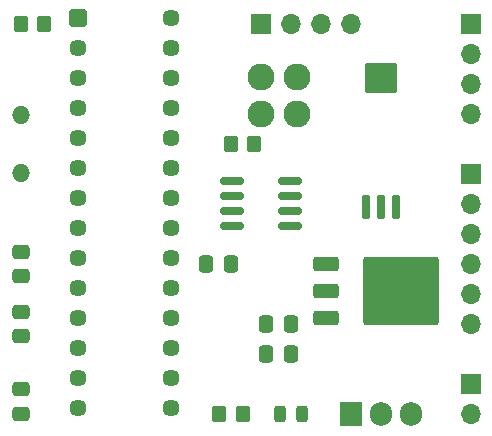
<source format=gbr>
%TF.GenerationSoftware,KiCad,Pcbnew,7.0.10*%
%TF.CreationDate,2024-04-21T18:35:41+05:30*%
%TF.ProjectId,ESDP_Final,45534450-5f46-4696-9e61-6c2e6b696361,rev?*%
%TF.SameCoordinates,Original*%
%TF.FileFunction,Soldermask,Top*%
%TF.FilePolarity,Negative*%
%FSLAX46Y46*%
G04 Gerber Fmt 4.6, Leading zero omitted, Abs format (unit mm)*
G04 Created by KiCad (PCBNEW 7.0.10) date 2024-04-21 18:35:41*
%MOMM*%
%LPD*%
G01*
G04 APERTURE LIST*
G04 Aperture macros list*
%AMRoundRect*
0 Rectangle with rounded corners*
0 $1 Rounding radius*
0 $2 $3 $4 $5 $6 $7 $8 $9 X,Y pos of 4 corners*
0 Add a 4 corners polygon primitive as box body*
4,1,4,$2,$3,$4,$5,$6,$7,$8,$9,$2,$3,0*
0 Add four circle primitives for the rounded corners*
1,1,$1+$1,$2,$3*
1,1,$1+$1,$4,$5*
1,1,$1+$1,$6,$7*
1,1,$1+$1,$8,$9*
0 Add four rect primitives between the rounded corners*
20,1,$1+$1,$2,$3,$4,$5,0*
20,1,$1+$1,$4,$5,$6,$7,0*
20,1,$1+$1,$6,$7,$8,$9,0*
20,1,$1+$1,$8,$9,$2,$3,0*%
G04 Aperture macros list end*
%ADD10O,1.524000X1.524000*%
%ADD11RoundRect,0.150000X-0.825000X-0.150000X0.825000X-0.150000X0.825000X0.150000X-0.825000X0.150000X0*%
%ADD12RoundRect,0.243750X-0.243750X-0.456250X0.243750X-0.456250X0.243750X0.456250X-0.243750X0.456250X0*%
%ADD13RoundRect,0.250000X-0.475000X0.337500X-0.475000X-0.337500X0.475000X-0.337500X0.475000X0.337500X0*%
%ADD14RoundRect,0.250000X-0.850000X-0.350000X0.850000X-0.350000X0.850000X0.350000X-0.850000X0.350000X0*%
%ADD15RoundRect,0.249997X-2.950003X-2.650003X2.950003X-2.650003X2.950003X2.650003X-2.950003X2.650003X0*%
%ADD16RoundRect,0.250000X-0.337500X-0.475000X0.337500X-0.475000X0.337500X0.475000X-0.337500X0.475000X0*%
%ADD17R,1.700000X1.700000*%
%ADD18O,1.700000X1.700000*%
%ADD19RoundRect,0.102000X-0.625000X-0.625000X0.625000X-0.625000X0.625000X0.625000X-0.625000X0.625000X0*%
%ADD20C,1.454000*%
%ADD21R,1.905000X2.000000*%
%ADD22O,1.905000X2.000000*%
%ADD23RoundRect,0.250000X-0.350000X-0.450000X0.350000X-0.450000X0.350000X0.450000X-0.350000X0.450000X0*%
%ADD24RoundRect,0.250000X0.337500X0.475000X-0.337500X0.475000X-0.337500X-0.475000X0.337500X-0.475000X0*%
%ADD25RoundRect,0.250000X0.475000X-0.337500X0.475000X0.337500X-0.475000X0.337500X-0.475000X-0.337500X0*%
%ADD26RoundRect,0.102000X0.255000X-0.890000X0.255000X0.890000X-0.255000X0.890000X-0.255000X-0.890000X0*%
%ADD27RoundRect,0.102000X-1.270000X-1.145000X1.270000X-1.145000X1.270000X1.145000X-1.270000X1.145000X0*%
%ADD28C,2.286000*%
G04 APERTURE END LIST*
D10*
%TO.C,16MHZ_C1*%
X139700000Y-73760000D03*
X139700000Y-78640000D03*
%TD*%
D11*
%TO.C,LM35*%
X157545000Y-79375000D03*
X157545000Y-80645000D03*
X157545000Y-81915000D03*
X157545000Y-83185000D03*
X162495000Y-83185000D03*
X162495000Y-81915000D03*
X162495000Y-80645000D03*
X162495000Y-79375000D03*
%TD*%
D12*
%TO.C,LED1*%
X161622500Y-99060000D03*
X163497500Y-99060000D03*
%TD*%
D13*
%TO.C,C2*%
X139700000Y-90402500D03*
X139700000Y-92477500D03*
%TD*%
D14*
%TO.C,3.3*%
X165555000Y-86365000D03*
X165555000Y-88645000D03*
D15*
X171855000Y-88645000D03*
D14*
X165555000Y-90925000D03*
%TD*%
D16*
%TO.C,C6*%
X155405000Y-86360000D03*
X157480000Y-86360000D03*
%TD*%
D17*
%TO.C,J1*%
X177800000Y-96520000D03*
D18*
X177800000Y-99060000D03*
%TD*%
D19*
%TO.C,U3*%
X144526000Y-65575000D03*
D20*
X144526000Y-68115000D03*
X144526000Y-70655000D03*
X144526000Y-73195000D03*
X144526000Y-75735000D03*
X144526000Y-78275000D03*
X144526000Y-80815000D03*
X144526000Y-83355000D03*
X144526000Y-85895000D03*
X144526000Y-88435000D03*
X144526000Y-90975000D03*
X144526000Y-93515000D03*
X144526000Y-96055000D03*
X144526000Y-98595000D03*
X152400000Y-98595000D03*
X152400000Y-96055000D03*
X152400000Y-93515000D03*
X152400000Y-90975000D03*
X152400000Y-88435000D03*
X152400000Y-85895000D03*
X152400000Y-83355000D03*
X152400000Y-80815000D03*
X152400000Y-78275000D03*
X152400000Y-75735000D03*
X152400000Y-73195000D03*
X152400000Y-70655000D03*
X152400000Y-68115000D03*
X152400000Y-65575000D03*
%TD*%
D17*
%TO.C,OLED1*%
X160020000Y-66040000D03*
D18*
X162560000Y-66040000D03*
X165100000Y-66040000D03*
X167640000Y-66040000D03*
%TD*%
D21*
%TO.C,L7805*%
X167640000Y-99060000D03*
D22*
X170180000Y-99060000D03*
X172720000Y-99060000D03*
%TD*%
D23*
%TO.C,R5*%
X157480000Y-76200000D03*
X159480000Y-76200000D03*
%TD*%
D24*
%TO.C,C4*%
X162560000Y-93980000D03*
X160485000Y-93980000D03*
%TD*%
D25*
%TO.C,C1*%
X139700000Y-87397500D03*
X139700000Y-85322500D03*
%TD*%
D24*
%TO.C,C5*%
X162560000Y-91440000D03*
X160485000Y-91440000D03*
%TD*%
D23*
%TO.C,R1*%
X156480000Y-99060000D03*
X158480000Y-99060000D03*
%TD*%
%TO.C,R2*%
X139707500Y-66040000D03*
X141707500Y-66040000D03*
%TD*%
D25*
%TO.C,C3*%
X139700000Y-99060000D03*
X139700000Y-96985000D03*
%TD*%
D17*
%TO.C,TCOO500*%
X177800000Y-78740000D03*
D18*
X177800000Y-81280000D03*
X177800000Y-83820000D03*
X177800000Y-86360000D03*
X177800000Y-88900000D03*
X177800000Y-91440000D03*
%TD*%
D17*
%TO.C,MQ135*%
X177800000Y-66040000D03*
D18*
X177800000Y-68580000D03*
X177800000Y-71120000D03*
X177800000Y-73660000D03*
%TD*%
D26*
%TO.C,HIH1*%
X168910000Y-81535000D03*
X170180000Y-81535000D03*
X171450000Y-81535000D03*
D27*
X170180000Y-70610000D03*
%TD*%
D28*
%TO.C,MG812*%
X160020000Y-70560000D03*
X163120000Y-70560000D03*
X163120000Y-73660000D03*
X160020000Y-73660000D03*
%TD*%
M02*

</source>
